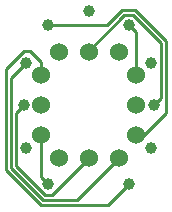
<source format=gbr>
%TF.GenerationSoftware,KiCad,Pcbnew,7.0.0*%
%TF.CreationDate,2023-02-15T18:08:52+08:00*%
%TF.ProjectId,QS-27,51532d32-372e-46b6-9963-61645f706362,rev?*%
%TF.SameCoordinates,Original*%
%TF.FileFunction,Copper,L1,Top*%
%TF.FilePolarity,Positive*%
%FSLAX46Y46*%
G04 Gerber Fmt 4.6, Leading zero omitted, Abs format (unit mm)*
G04 Created by KiCad (PCBNEW 7.0.0) date 2023-02-15 18:08:52*
%MOMM*%
%LPD*%
G01*
G04 APERTURE LIST*
%TA.AperFunction,ComponentPad*%
%ADD10C,1.524000*%
%TD*%
%TA.AperFunction,ComponentPad*%
%ADD11C,1.000000*%
%TD*%
%TA.AperFunction,Conductor*%
%ADD12C,0.250000*%
%TD*%
G04 APERTURE END LIST*
D10*
%TO.P,J1,0,0*%
%TO.N,P0*%
X151456000Y-110896000D03*
%TO.P,J1,1,1*%
%TO.N,P1*%
X151456000Y-113436000D03*
%TO.P,J1,2,2*%
%TO.N,P2*%
X152916000Y-115396000D03*
%TO.P,J1,3,3*%
%TO.N,P3*%
X155456000Y-115396000D03*
%TO.P,J1,4,4*%
%TO.N,P4*%
X157996000Y-115396000D03*
%TO.P,J1,5,5*%
%TO.N,P5*%
X159456000Y-113436000D03*
%TO.P,J1,6,6*%
%TO.N,P6*%
X159456000Y-110896000D03*
%TO.P,J1,7,7*%
%TO.N,P7*%
X159456000Y-108356000D03*
%TO.P,J1,8,8*%
%TO.N,P8*%
X157996000Y-106396000D03*
%TO.P,J1,9,9*%
%TO.N,P9*%
X155456000Y-106396000D03*
%TO.P,J1,10,10*%
%TO.N,unconnected-(J1-Pad10)*%
X152916000Y-106396000D03*
%TO.P,J1,A,A*%
%TO.N,PA*%
X151456000Y-108356000D03*
%TD*%
D11*
%TO.P,NX1,0,0*%
%TO.N,P0*%
X160756000Y-114496000D03*
%TO.P,NX1,1,1*%
%TO.N,P1*%
X152056000Y-117596000D03*
%TO.P,NX1,2,2*%
%TO.N,P2*%
X150156000Y-114496000D03*
%TO.P,NX1,3,3*%
%TO.N,P3*%
X149956000Y-110896000D03*
%TO.P,NX1,4,4*%
%TO.N,P4*%
X150156000Y-107296000D03*
%TO.P,NX1,5,5*%
%TO.N,P5*%
X152056000Y-104096000D03*
%TO.P,NX1,6,6*%
%TO.N,P6*%
X155456000Y-102896000D03*
%TO.P,NX1,7,7*%
%TO.N,P7*%
X158856000Y-104096000D03*
%TO.P,NX1,8,8*%
%TO.N,P8*%
X160756000Y-107296000D03*
%TO.P,NX1,9,9*%
%TO.N,P9*%
X160956000Y-110896000D03*
%TO.P,NX1,A,A*%
%TO.N,PA*%
X158856000Y-117596000D03*
%TD*%
D12*
%TO.N,PA*%
X157061000Y-119391000D02*
X158856000Y-117596000D01*
X149986273Y-106299000D02*
X148431000Y-107854273D01*
X150476630Y-106299000D02*
X149986273Y-106299000D01*
X151456000Y-107278370D02*
X150476630Y-106299000D01*
X151456000Y-108356000D02*
X151456000Y-107278370D01*
X148431000Y-107854273D02*
X148431000Y-116429792D01*
X148431000Y-116429792D02*
X151392208Y-119391000D01*
X151392208Y-119391000D02*
X157061000Y-119391000D01*
%TO.N,P1*%
X151456000Y-116996000D02*
X151456000Y-113436000D01*
X152056000Y-117596000D02*
X151456000Y-116996000D01*
%TO.N,P3*%
X151765000Y-118491000D02*
X152361000Y-118491000D01*
X149331000Y-116057000D02*
X151765000Y-118491000D01*
X149956000Y-110896000D02*
X149331000Y-111521000D01*
X149331000Y-111521000D02*
X149331000Y-116057000D01*
X152361000Y-118491000D02*
X155456000Y-115396000D01*
%TO.N,P4*%
X148881000Y-108571000D02*
X148881000Y-116243396D01*
X154451000Y-118941000D02*
X157996000Y-115396000D01*
X150156000Y-107296000D02*
X148881000Y-108571000D01*
X151578604Y-118941000D02*
X154451000Y-118941000D01*
X148881000Y-116243396D02*
X151578604Y-118941000D01*
%TO.N,P5*%
X162031000Y-111527000D02*
X160122000Y-113436000D01*
X152056000Y-104096000D02*
X157014604Y-104096000D01*
X159364123Y-102801000D02*
X162031000Y-105467877D01*
X158309604Y-102801000D02*
X159364123Y-102801000D01*
X160122000Y-113436000D02*
X159456000Y-113436000D01*
X157014604Y-104096000D02*
X158309604Y-102801000D01*
X162031000Y-105467877D02*
X162031000Y-111527000D01*
%TO.N,P7*%
X159456000Y-108356000D02*
X159456000Y-104696000D01*
X159456000Y-104696000D02*
X158856000Y-104096000D01*
%TO.N,P9*%
X161581000Y-105654273D02*
X159177727Y-103251000D01*
X159177727Y-103251000D02*
X158496000Y-103251000D01*
X155456000Y-106291000D02*
X155456000Y-106396000D01*
X161581000Y-110271000D02*
X161581000Y-105654273D01*
X160956000Y-110896000D02*
X161581000Y-110271000D01*
X158496000Y-103251000D02*
X155456000Y-106291000D01*
%TD*%
M02*

</source>
